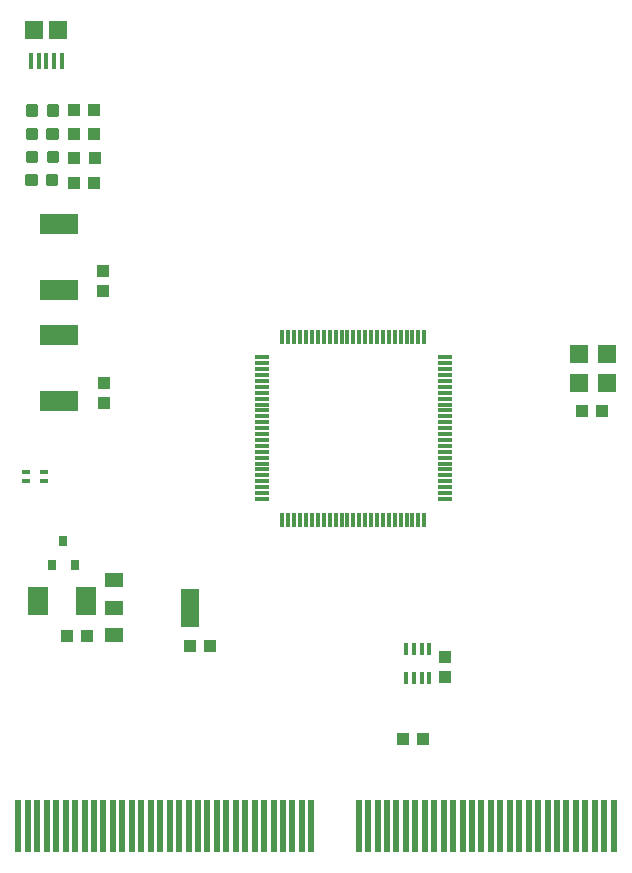
<source format=gtp>
G75*
%MOIN*%
%OFA0B0*%
%FSLAX25Y25*%
%IPPOS*%
%LPD*%
%AMOC8*
5,1,8,0,0,1.08239X$1,22.5*
%
%ADD10R,0.04331X0.03937*%
%ADD11C,0.01181*%
%ADD12R,0.05906X0.06299*%
%ADD13R,0.03937X0.04331*%
%ADD14R,0.04724X0.01181*%
%ADD15R,0.01181X0.04724*%
%ADD16R,0.12598X0.07087*%
%ADD17R,0.01772X0.03937*%
%ADD18R,0.05906X0.06102*%
%ADD19R,0.01575X0.05315*%
%ADD20R,0.02756X0.01772*%
%ADD21R,0.03100X0.03500*%
%ADD22R,0.07087X0.09449*%
%ADD23R,0.06299X0.04724*%
%ADD24R,0.06299X0.12992*%
%ADD25R,0.02264X0.17717*%
D10*
X0038672Y0077640D03*
X0045365Y0077640D03*
X0079546Y0074216D03*
X0086239Y0074216D03*
X0150565Y0043421D03*
X0157258Y0043421D03*
X0210116Y0152542D03*
X0216809Y0152542D03*
X0047673Y0228812D03*
X0040980Y0228812D03*
X0041064Y0236865D03*
X0047757Y0236865D03*
X0047750Y0244903D03*
X0041057Y0244903D03*
X0041026Y0252995D03*
X0047719Y0252995D03*
D11*
X0035182Y0254230D02*
X0035182Y0251474D01*
X0032426Y0251474D01*
X0032426Y0254230D01*
X0035182Y0254230D01*
X0035182Y0252654D02*
X0032426Y0252654D01*
X0032426Y0253834D02*
X0035182Y0253834D01*
X0035112Y0246362D02*
X0035112Y0243606D01*
X0032356Y0243606D01*
X0032356Y0246362D01*
X0035112Y0246362D01*
X0035112Y0244786D02*
X0032356Y0244786D01*
X0032356Y0245966D02*
X0035112Y0245966D01*
X0035185Y0238658D02*
X0035185Y0235902D01*
X0032429Y0235902D01*
X0032429Y0238658D01*
X0035185Y0238658D01*
X0035185Y0237082D02*
X0032429Y0237082D01*
X0032429Y0238262D02*
X0035185Y0238262D01*
X0035012Y0231010D02*
X0035012Y0228254D01*
X0032256Y0228254D01*
X0032256Y0231010D01*
X0035012Y0231010D01*
X0035012Y0229434D02*
X0032256Y0229434D01*
X0032256Y0230614D02*
X0035012Y0230614D01*
X0028106Y0231010D02*
X0028106Y0228254D01*
X0025350Y0228254D01*
X0025350Y0231010D01*
X0028106Y0231010D01*
X0028106Y0229434D02*
X0025350Y0229434D01*
X0025350Y0230614D02*
X0028106Y0230614D01*
X0028279Y0235902D02*
X0028279Y0238658D01*
X0028279Y0235902D02*
X0025523Y0235902D01*
X0025523Y0238658D01*
X0028279Y0238658D01*
X0028279Y0237082D02*
X0025523Y0237082D01*
X0025523Y0238262D02*
X0028279Y0238262D01*
X0028206Y0243606D02*
X0028206Y0246362D01*
X0028206Y0243606D02*
X0025450Y0243606D01*
X0025450Y0246362D01*
X0028206Y0246362D01*
X0028206Y0244786D02*
X0025450Y0244786D01*
X0025450Y0245966D02*
X0028206Y0245966D01*
X0028277Y0251474D02*
X0028277Y0254230D01*
X0028277Y0251474D02*
X0025521Y0251474D01*
X0025521Y0254230D01*
X0028277Y0254230D01*
X0028277Y0252654D02*
X0025521Y0252654D01*
X0025521Y0253834D02*
X0028277Y0253834D01*
D12*
X0209376Y0171733D03*
X0218431Y0171733D03*
X0218431Y0161891D03*
X0209376Y0161891D03*
D13*
X0164629Y0070522D03*
X0164629Y0063829D03*
X0051062Y0155227D03*
X0051062Y0161920D03*
X0050747Y0192536D03*
X0050747Y0199229D03*
D14*
X0103531Y0170558D03*
X0103531Y0168590D03*
X0103531Y0166621D03*
X0103531Y0164653D03*
X0103531Y0162684D03*
X0103531Y0160716D03*
X0103531Y0158747D03*
X0103531Y0156779D03*
X0103531Y0154810D03*
X0103531Y0152842D03*
X0103531Y0150873D03*
X0103531Y0148905D03*
X0103531Y0146936D03*
X0103531Y0144968D03*
X0103531Y0142999D03*
X0103531Y0141031D03*
X0103531Y0139062D03*
X0103531Y0137094D03*
X0103531Y0135125D03*
X0103531Y0133157D03*
X0103531Y0131188D03*
X0103531Y0129220D03*
X0103531Y0127251D03*
X0103531Y0125283D03*
X0103531Y0123314D03*
X0164555Y0123314D03*
X0164555Y0125283D03*
X0164555Y0127251D03*
X0164555Y0129220D03*
X0164555Y0131188D03*
X0164555Y0133157D03*
X0164555Y0135125D03*
X0164555Y0137094D03*
X0164555Y0139062D03*
X0164555Y0141031D03*
X0164555Y0142999D03*
X0164555Y0144968D03*
X0164555Y0146936D03*
X0164555Y0148905D03*
X0164555Y0150873D03*
X0164555Y0152842D03*
X0164555Y0154810D03*
X0164555Y0156779D03*
X0164555Y0158747D03*
X0164555Y0160716D03*
X0164555Y0162684D03*
X0164555Y0164653D03*
X0164555Y0166621D03*
X0164555Y0168590D03*
X0164555Y0170558D03*
D15*
X0157665Y0177448D03*
X0155696Y0177448D03*
X0153728Y0177448D03*
X0151759Y0177448D03*
X0149791Y0177448D03*
X0147822Y0177448D03*
X0145854Y0177448D03*
X0143885Y0177448D03*
X0141917Y0177448D03*
X0139948Y0177448D03*
X0137980Y0177448D03*
X0136011Y0177448D03*
X0134043Y0177448D03*
X0132074Y0177448D03*
X0130106Y0177448D03*
X0128137Y0177448D03*
X0126169Y0177448D03*
X0124200Y0177448D03*
X0122232Y0177448D03*
X0120263Y0177448D03*
X0118295Y0177448D03*
X0116326Y0177448D03*
X0114358Y0177448D03*
X0112389Y0177448D03*
X0110421Y0177448D03*
X0110421Y0116424D03*
X0112389Y0116424D03*
X0114358Y0116424D03*
X0116326Y0116424D03*
X0118295Y0116424D03*
X0120263Y0116424D03*
X0122232Y0116424D03*
X0124200Y0116424D03*
X0126169Y0116424D03*
X0128137Y0116424D03*
X0130106Y0116424D03*
X0132074Y0116424D03*
X0134043Y0116424D03*
X0136011Y0116424D03*
X0137980Y0116424D03*
X0139948Y0116424D03*
X0141917Y0116424D03*
X0143885Y0116424D03*
X0145854Y0116424D03*
X0147822Y0116424D03*
X0149791Y0116424D03*
X0151759Y0116424D03*
X0153728Y0116424D03*
X0155696Y0116424D03*
X0157665Y0116424D03*
D16*
X0035787Y0156099D03*
X0035787Y0178146D03*
X0035787Y0193039D03*
X0035787Y0215087D03*
D17*
X0151666Y0073268D03*
X0154225Y0073268D03*
X0156784Y0073268D03*
X0159343Y0073268D03*
X0159343Y0063622D03*
X0156784Y0063622D03*
X0154225Y0063622D03*
X0151666Y0063622D03*
D18*
X0035594Y0279820D03*
X0027720Y0279820D03*
D19*
X0026539Y0269190D03*
X0029098Y0269190D03*
X0031657Y0269190D03*
X0034216Y0269190D03*
X0036775Y0269190D03*
D20*
X0030860Y0132344D03*
X0030860Y0129195D03*
X0024758Y0129195D03*
X0024758Y0132344D03*
D21*
X0037383Y0109244D03*
X0041183Y0101244D03*
X0033583Y0101244D03*
D22*
X0028911Y0089407D03*
X0044856Y0089407D03*
D23*
X0054329Y0087153D03*
X0054329Y0078098D03*
X0054329Y0096208D03*
D24*
X0079526Y0087153D03*
D25*
X0022408Y0014449D03*
X0025558Y0014449D03*
X0028707Y0014449D03*
X0031857Y0014449D03*
X0035007Y0014449D03*
X0038156Y0014449D03*
X0041306Y0014449D03*
X0044455Y0014449D03*
X0047605Y0014449D03*
X0050755Y0014449D03*
X0053904Y0014449D03*
X0057054Y0014449D03*
X0060203Y0014449D03*
X0063353Y0014449D03*
X0066503Y0014449D03*
X0069652Y0014449D03*
X0072802Y0014449D03*
X0075951Y0014449D03*
X0079101Y0014449D03*
X0082251Y0014449D03*
X0085400Y0014449D03*
X0088550Y0014449D03*
X0091699Y0014449D03*
X0094849Y0014449D03*
X0097999Y0014449D03*
X0101148Y0014449D03*
X0104298Y0014449D03*
X0107447Y0014449D03*
X0110597Y0014449D03*
X0113747Y0014449D03*
X0116896Y0014449D03*
X0120046Y0014449D03*
X0135794Y0014449D03*
X0138944Y0014449D03*
X0142093Y0014449D03*
X0145243Y0014449D03*
X0148392Y0014449D03*
X0151542Y0014449D03*
X0154692Y0014449D03*
X0157841Y0014449D03*
X0160991Y0014449D03*
X0164140Y0014449D03*
X0167290Y0014449D03*
X0170440Y0014449D03*
X0173589Y0014449D03*
X0176739Y0014449D03*
X0179888Y0014449D03*
X0183038Y0014449D03*
X0186188Y0014449D03*
X0189337Y0014449D03*
X0192487Y0014449D03*
X0195636Y0014449D03*
X0198786Y0014449D03*
X0201936Y0014449D03*
X0205085Y0014449D03*
X0208235Y0014449D03*
X0211384Y0014449D03*
X0214534Y0014449D03*
X0217684Y0014449D03*
X0220833Y0014449D03*
M02*

</source>
